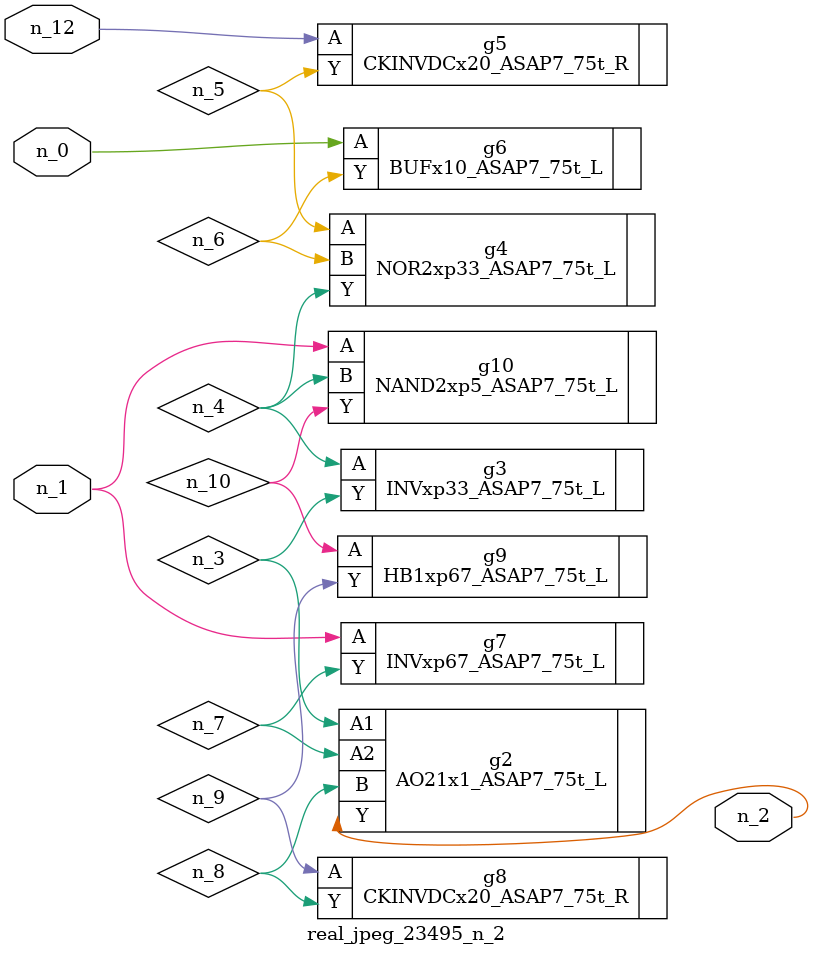
<source format=v>
module real_jpeg_23495_n_2 (n_12, n_1, n_0, n_2);

input n_12;
input n_1;
input n_0;

output n_2;

wire n_5;
wire n_4;
wire n_8;
wire n_6;
wire n_7;
wire n_3;
wire n_10;
wire n_9;

BUFx10_ASAP7_75t_L g6 ( 
.A(n_0),
.Y(n_6)
);

INVxp67_ASAP7_75t_L g7 ( 
.A(n_1),
.Y(n_7)
);

NAND2xp5_ASAP7_75t_L g10 ( 
.A(n_1),
.B(n_4),
.Y(n_10)
);

AO21x1_ASAP7_75t_L g2 ( 
.A1(n_3),
.A2(n_7),
.B(n_8),
.Y(n_2)
);

INVxp33_ASAP7_75t_L g3 ( 
.A(n_4),
.Y(n_3)
);

NOR2xp33_ASAP7_75t_L g4 ( 
.A(n_5),
.B(n_6),
.Y(n_4)
);

CKINVDCx20_ASAP7_75t_R g8 ( 
.A(n_9),
.Y(n_8)
);

HB1xp67_ASAP7_75t_L g9 ( 
.A(n_10),
.Y(n_9)
);

CKINVDCx20_ASAP7_75t_R g5 ( 
.A(n_12),
.Y(n_5)
);


endmodule
</source>
